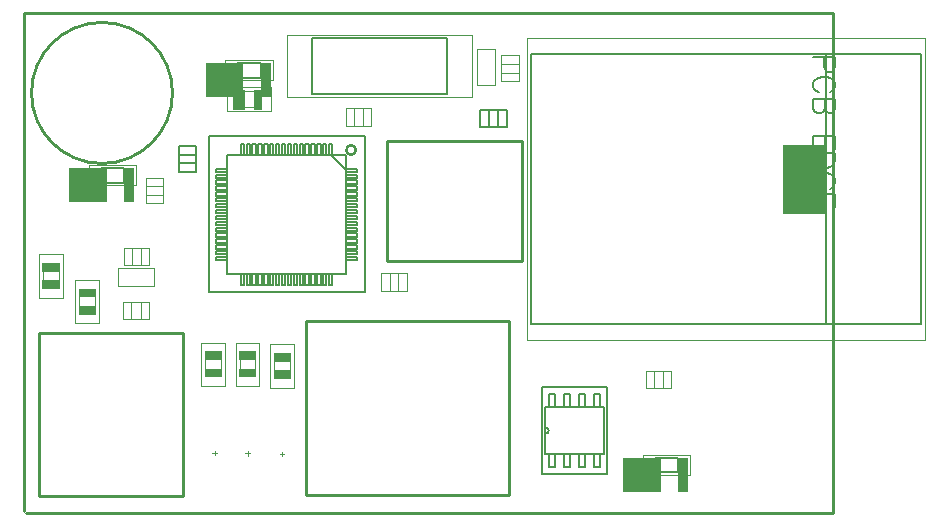
<source format=gm1>
G04 Layer_Color=16711935*
%FSLAX42Y42*%
%MOMM*%
G71*
G01*
G75*
%ADD37C,0.25*%
%ADD47C,0.15*%
%ADD48C,0.13*%
%ADD83C,0.05*%
%ADD84C,0.00*%
%ADD85C,0.05*%
%ADD86C,0.03*%
%ADD87C,0.10*%
%ADD88C,0.10*%
%ADD89C,0.20*%
G36*
X4759Y3692D02*
X4614D01*
Y3767D01*
X4759D01*
Y3692D01*
D02*
G37*
G36*
X4467Y3560D02*
X4322D01*
Y3635D01*
X4467D01*
Y3560D01*
D02*
G37*
G36*
Y3705D02*
X4322D01*
Y3780D01*
X4467D01*
Y3705D01*
D02*
G37*
G36*
X4175D02*
X4030D01*
Y3780D01*
X4175D01*
Y3705D01*
D02*
G37*
G36*
X8123Y2592D02*
X8041D01*
Y2882D01*
X8123D01*
Y2592D01*
D02*
G37*
G36*
X7891Y2591D02*
X7576D01*
Y2882D01*
X7891D01*
Y2591D01*
D02*
G37*
G36*
X4175Y3560D02*
X4030D01*
Y3635D01*
X4175D01*
Y3560D01*
D02*
G37*
G36*
X4759Y3547D02*
X4614D01*
Y3622D01*
X4759D01*
Y3547D01*
D02*
G37*
G36*
X3108Y4093D02*
X2963D01*
Y4168D01*
X3108D01*
Y4093D01*
D02*
G37*
G36*
X3433Y5043D02*
X3351D01*
Y5333D01*
X3433D01*
Y5043D01*
D02*
G37*
G36*
X3201Y5042D02*
X2886D01*
Y5333D01*
X3201D01*
Y5042D01*
D02*
G37*
G36*
X4589Y5932D02*
X4517D01*
Y5827D01*
X4452D01*
Y5991D01*
X4507D01*
Y6222D01*
X4589D01*
Y5932D01*
D02*
G37*
G36*
X4357Y5991D02*
X4373D01*
Y5825D01*
X4267D01*
Y5931D01*
X4042D01*
Y6222D01*
X4357D01*
Y5991D01*
D02*
G37*
G36*
X2803Y4309D02*
X2658D01*
Y4384D01*
X2803D01*
Y4309D01*
D02*
G37*
G36*
X3108Y4238D02*
X2963D01*
Y4313D01*
X3108D01*
Y4238D01*
D02*
G37*
G36*
X9296Y4940D02*
X8928D01*
Y5525D01*
X8929D01*
Y5525D01*
X8929D01*
Y5525D01*
X9296D01*
Y4940D01*
D02*
G37*
G36*
X2803Y4454D02*
X2658D01*
Y4529D01*
X2803D01*
Y4454D01*
D02*
G37*
D37*
X3759Y5969D02*
G03*
X3759Y5969I-597J0D01*
G01*
X5311Y5486D02*
G03*
X5311Y5486I-40J0D01*
G01*
X5575Y4547D02*
Y5563D01*
Y4547D02*
X6718D01*
Y5563D01*
X5575D02*
X6718D01*
X2629Y3937D02*
X3848D01*
X2629Y2553D02*
X3848D01*
Y3937D01*
X2629Y2553D02*
Y3937D01*
X4890Y2566D02*
X6605D01*
X4890D02*
Y3404D01*
X6604Y2567D02*
Y4039D01*
X4890D02*
X6604D01*
X4890Y3404D02*
Y4039D01*
X2502Y6642D02*
X9347D01*
X2502Y2426D02*
Y6642D01*
X2515Y2413D02*
X9347D01*
Y6642D01*
D47*
X6914Y3081D02*
G03*
X6912Y3142I-1J30D01*
G01*
X6589Y5679D02*
Y5827D01*
X6441Y5679D02*
X6513D01*
X6365D02*
Y5827D01*
X6441D02*
X6513D01*
X6365Y5679D02*
X6441D01*
X6365Y5827D02*
X6441D01*
Y5679D02*
Y5827D01*
X6513D02*
X6589D01*
X6513Y5679D02*
X6589D01*
X6513D02*
Y5827D01*
X6947Y2913D02*
X6998D01*
X6947Y2802D02*
Y2913D01*
Y2802D02*
X6998D01*
Y2913D01*
X7074D02*
X7125D01*
X7074Y2802D02*
Y2913D01*
Y2802D02*
X7125D01*
Y2913D01*
X7201D02*
X7252D01*
X7201Y2802D02*
Y2913D01*
Y2802D02*
X7252D01*
Y2913D01*
X7328D02*
X7379D01*
X7328Y2802D02*
Y2913D01*
Y2802D02*
X7379D01*
Y2913D01*
X7328Y3310D02*
X7379D01*
Y3421D01*
X7328D02*
X7379D01*
X7328Y3310D02*
Y3421D01*
X7201Y3310D02*
X7252D01*
Y3421D01*
X7201D02*
X7252D01*
X7201Y3310D02*
Y3421D01*
X7074Y3310D02*
X7125D01*
Y3421D01*
X7074D02*
X7125D01*
X7074Y3310D02*
Y3421D01*
X6947Y3310D02*
X6998D01*
Y3421D01*
X6947D02*
X6998D01*
X6947Y3310D02*
Y3421D01*
X7412Y2913D02*
Y3310D01*
X6914D02*
X7412D01*
X6914Y3081D02*
Y3310D01*
Y2913D02*
Y3081D01*
Y2913D02*
X7412D01*
X7437Y2741D02*
Y3482D01*
X6888Y2741D02*
X7437D01*
X6888D02*
Y3482D01*
X7437D01*
X3813Y5298D02*
X3960D01*
X3813Y5375D02*
Y5446D01*
Y5522D02*
X3960D01*
Y5375D02*
Y5446D01*
X3813D02*
Y5522D01*
X3960Y5446D02*
Y5522D01*
X3813Y5446D02*
X3960D01*
Y5298D02*
Y5375D01*
X3813Y5298D02*
Y5375D01*
X3960D01*
X4064Y4280D02*
Y5601D01*
X5385D01*
Y4280D02*
Y5601D01*
X4064Y4280D02*
X5385D01*
X5225Y4552D02*
Y4580D01*
Y4552D02*
X5324D01*
Y4580D01*
X5225D02*
X5324D01*
X5225Y4602D02*
Y4630D01*
Y4602D02*
X5324D01*
Y4630D01*
X5225D02*
X5324D01*
X5225Y4651D02*
Y4679D01*
Y4651D02*
X5324D01*
Y4679D01*
X5225D02*
X5324D01*
X5225Y4702D02*
Y4729D01*
Y4702D02*
X5324D01*
Y4729D01*
X5225D02*
X5324D01*
X5225Y4752D02*
Y4780D01*
Y4752D02*
X5324D01*
Y4780D01*
X5225D02*
X5324D01*
X5225Y4801D02*
Y4829D01*
Y4801D02*
X5324D01*
Y4829D01*
X5225D02*
X5324D01*
X5225Y4851D02*
Y4879D01*
Y4851D02*
X5324D01*
Y4879D01*
X5225D02*
X5324D01*
X5225Y4902D02*
Y4930D01*
Y4902D02*
X5324D01*
Y4930D01*
X5225D02*
X5324D01*
X5225Y4950D02*
Y4978D01*
Y4950D02*
X5324D01*
Y4978D01*
X5225D02*
X5324D01*
X5225Y5001D02*
Y5029D01*
Y5001D02*
X5324D01*
Y5029D01*
X5225D02*
X5324D01*
X5225Y5052D02*
Y5080D01*
Y5052D02*
X5324D01*
Y5080D01*
X5225D02*
X5324D01*
X5225Y5100D02*
Y5128D01*
Y5100D02*
X5324D01*
Y5128D01*
X5225D02*
X5324D01*
X5225Y5151D02*
Y5179D01*
Y5151D02*
X5324D01*
Y5179D01*
X5225D02*
X5324D01*
X5225Y5202D02*
Y5230D01*
Y5202D02*
X5324D01*
Y5230D01*
X5225D02*
X5324D01*
X5225Y5250D02*
Y5278D01*
Y5250D02*
X5324D01*
Y5278D01*
X5225D02*
X5324D01*
X5225Y5314D02*
Y5329D01*
Y5301D02*
Y5314D01*
Y5301D02*
X5324D01*
Y5329D01*
X5225D02*
X5324D01*
X5085Y5441D02*
X5098D01*
X5113D01*
Y5540D01*
X5085D02*
X5113D01*
X5085Y5441D02*
Y5540D01*
X5034Y5441D02*
X5062D01*
Y5540D01*
X5034D02*
X5062D01*
X5034Y5441D02*
Y5540D01*
X4986Y5441D02*
X5014D01*
Y5540D01*
X4986D02*
X5014D01*
X4986Y5441D02*
Y5540D01*
X4935Y5441D02*
X4963D01*
Y5540D01*
X4935D02*
X4963D01*
X4935Y5441D02*
Y5540D01*
X4884Y5441D02*
X4912D01*
Y5540D01*
X4884D02*
X4912D01*
X4884Y5441D02*
Y5540D01*
X4836Y5441D02*
X4864D01*
Y5540D01*
X4836D02*
X4864D01*
X4836Y5441D02*
Y5540D01*
X4785Y5441D02*
X4813D01*
Y5540D01*
X4785D02*
X4813D01*
X4785Y5441D02*
Y5540D01*
X4735Y5441D02*
X4762D01*
Y5540D01*
X4735D02*
X4762D01*
X4735Y5441D02*
Y5540D01*
X4686Y5441D02*
X4714D01*
Y5540D01*
X4686D02*
X4714D01*
X4686Y5441D02*
Y5540D01*
X4635Y5441D02*
X4663D01*
Y5540D01*
X4635D02*
X4663D01*
X4635Y5441D02*
Y5540D01*
X4585Y5441D02*
X4613D01*
Y5540D01*
X4585D02*
X4613D01*
X4585Y5441D02*
Y5540D01*
X4536Y5441D02*
X4564D01*
Y5540D01*
X4536D02*
X4564D01*
X4536Y5441D02*
Y5540D01*
X4486Y5441D02*
X4514D01*
Y5540D01*
X4486D02*
X4514D01*
X4486Y5441D02*
Y5540D01*
X4435Y5441D02*
X4463D01*
Y5540D01*
X4435D02*
X4463D01*
X4435Y5441D02*
Y5540D01*
X4387Y5441D02*
X4415D01*
Y5540D01*
X4387D02*
X4415D01*
X4387Y5441D02*
Y5540D01*
X4336Y5441D02*
X4364D01*
Y5540D01*
X4336D02*
X4364D01*
X4336Y5441D02*
Y5540D01*
X4224Y5301D02*
Y5329D01*
X4125D02*
X4224D01*
X4125Y5301D02*
Y5329D01*
Y5301D02*
X4224D01*
Y5250D02*
Y5278D01*
X4125D02*
X4224D01*
X4125Y5250D02*
Y5278D01*
Y5250D02*
X4224D01*
Y5202D02*
Y5230D01*
X4125D02*
X4224D01*
X4125Y5202D02*
Y5230D01*
Y5202D02*
X4224D01*
Y5151D02*
Y5179D01*
X4125D02*
X4224D01*
X4125Y5151D02*
Y5179D01*
Y5151D02*
X4224D01*
Y5100D02*
Y5128D01*
X4125D02*
X4224D01*
X4125Y5100D02*
Y5128D01*
Y5100D02*
X4224D01*
Y5052D02*
Y5080D01*
X4125D02*
X4224D01*
X4125Y5052D02*
Y5080D01*
Y5052D02*
X4224D01*
Y5001D02*
Y5029D01*
X4125D02*
X4224D01*
X4125Y5001D02*
Y5029D01*
Y5001D02*
X4224D01*
Y4950D02*
Y4978D01*
X4125D02*
X4224D01*
X4125Y4950D02*
Y4978D01*
Y4950D02*
X4224D01*
Y4902D02*
Y4930D01*
X4125D02*
X4224D01*
X4125Y4902D02*
Y4930D01*
Y4902D02*
X4224D01*
Y4851D02*
Y4879D01*
X4125D02*
X4224D01*
X4125Y4851D02*
Y4879D01*
Y4851D02*
X4224D01*
Y4801D02*
Y4829D01*
X4125D02*
X4224D01*
X4125Y4801D02*
Y4829D01*
Y4801D02*
X4224D01*
Y4752D02*
Y4780D01*
X4125D02*
X4224D01*
X4125Y4752D02*
Y4780D01*
Y4752D02*
X4224D01*
Y4702D02*
Y4729D01*
X4125D02*
X4224D01*
X4125Y4702D02*
Y4729D01*
Y4702D02*
X4224D01*
Y4651D02*
Y4679D01*
X4125D02*
X4224D01*
X4125Y4651D02*
Y4679D01*
Y4651D02*
X4224D01*
Y4602D02*
Y4630D01*
X4125D02*
X4224D01*
X4125Y4602D02*
Y4630D01*
Y4602D02*
X4224D01*
Y4552D02*
Y4580D01*
X4125D02*
X4224D01*
X4125Y4552D02*
Y4580D01*
Y4552D02*
X4224D01*
X4336Y4440D02*
X4364D01*
X4336Y4341D02*
Y4440D01*
Y4341D02*
X4364D01*
Y4440D01*
X4387D02*
X4415D01*
X4387Y4341D02*
Y4440D01*
Y4341D02*
X4415D01*
Y4440D01*
X4435D02*
X4463D01*
X4435Y4341D02*
Y4440D01*
Y4341D02*
X4463D01*
Y4440D01*
X4486D02*
X4514D01*
X4486Y4341D02*
Y4440D01*
Y4341D02*
X4514D01*
Y4440D01*
X4536D02*
X4564D01*
X4536Y4341D02*
Y4440D01*
Y4341D02*
X4564D01*
Y4440D01*
X4585D02*
X4613D01*
X4585Y4341D02*
Y4440D01*
Y4341D02*
X4613D01*
Y4440D01*
X4635D02*
X4663D01*
X4635Y4341D02*
Y4440D01*
Y4341D02*
X4663D01*
Y4440D01*
X4686D02*
X4714D01*
X4686Y4341D02*
Y4440D01*
Y4341D02*
X4714D01*
Y4440D01*
X4735D02*
X4762D01*
X4735Y4341D02*
Y4440D01*
Y4341D02*
X4762D01*
Y4440D01*
X4785D02*
X4813D01*
X4785Y4341D02*
Y4440D01*
Y4341D02*
X4813D01*
Y4440D01*
X4836D02*
X4864D01*
X4836Y4341D02*
Y4440D01*
Y4341D02*
X4864D01*
Y4440D01*
X4884D02*
X4912D01*
X4884Y4341D02*
Y4440D01*
Y4341D02*
X4912D01*
Y4440D01*
X4935D02*
X4963D01*
X4935Y4341D02*
Y4440D01*
Y4341D02*
X4963D01*
Y4440D01*
X4986D02*
X5014D01*
X4986Y4341D02*
Y4440D01*
Y4341D02*
X5014D01*
Y4440D01*
X5034D02*
X5062D01*
X5034Y4341D02*
Y4440D01*
Y4341D02*
X5062D01*
Y4440D01*
X5085D02*
X5113D01*
X5085Y4341D02*
Y4440D01*
Y4341D02*
X5113D01*
Y4440D01*
X5098Y5441D02*
X5225Y5314D01*
X4224Y4440D02*
Y5441D01*
Y4440D02*
X5225D01*
Y5441D01*
X4224D02*
X5225D01*
D48*
X10096Y4013D02*
Y6299D01*
X9296Y4013D02*
X10096D01*
X6794D02*
X9296D01*
X6794D02*
Y6299D01*
X9296D01*
X10096D01*
X9296Y4013D02*
Y6299D01*
X6082Y5963D02*
Y6433D01*
X4942D02*
X6082D01*
X4942Y5963D02*
Y6433D01*
Y5963D02*
X6082D01*
X7841Y2882D02*
X8041D01*
Y2757D02*
Y2882D01*
X7841Y2757D02*
X8041D01*
X7841D02*
Y2882D01*
X4307Y6222D02*
X4507D01*
Y6097D02*
Y6222D01*
X4307Y6097D02*
X4507D01*
X4307D02*
Y6222D01*
X3151Y5333D02*
X3351D01*
Y5208D02*
Y5333D01*
X3151Y5208D02*
X3351D01*
X3151D02*
Y5333D01*
D83*
X6757Y3881D02*
Y6431D01*
Y3881D02*
X10132D01*
Y6431D01*
X6757D02*
X10132D01*
X6292Y5938D02*
Y6458D01*
X4732D02*
X6292D01*
X4732Y5938D02*
Y6458D01*
Y5938D02*
X6292D01*
D84*
X6543Y6142D02*
X6690D01*
X6543Y6068D02*
Y6142D01*
X6690Y6068D02*
Y6142D01*
X6543Y6213D02*
X6690D01*
Y6287D01*
X6543Y6213D02*
Y6287D01*
X6690Y6142D02*
Y6213D01*
X6543Y6287D02*
X6690D01*
X6543Y6142D02*
Y6213D01*
Y6068D02*
X6690D01*
X7838Y3470D02*
Y3617D01*
X7765D02*
X7838D01*
X7765Y3470D02*
X7838D01*
X7910D02*
Y3617D01*
Y3470D02*
X7983D01*
X7910Y3617D02*
X7983D01*
X7838Y3470D02*
X7910D01*
X7983D02*
Y3617D01*
X7838D02*
X7910D01*
X7765Y3470D02*
Y3617D01*
X5669Y4295D02*
Y4442D01*
Y4295D02*
X5743D01*
X5669Y4442D02*
X5743D01*
X5598Y4295D02*
Y4442D01*
X5524D02*
X5598D01*
X5524Y4295D02*
X5598D01*
Y4442D02*
X5669D01*
X5524Y4295D02*
Y4442D01*
X5598Y4295D02*
X5669D01*
X5743D02*
Y4442D01*
X3419Y4511D02*
Y4658D01*
X3345D02*
X3419D01*
X3345Y4511D02*
X3419D01*
X3490D02*
Y4658D01*
Y4511D02*
X3564D01*
X3490Y4658D02*
X3564D01*
X3419Y4511D02*
X3490D01*
X3564D02*
Y4658D01*
X3419D02*
X3490D01*
X3345Y4511D02*
Y4658D01*
X3533Y5179D02*
X3680D01*
Y5253D01*
X3533Y5179D02*
Y5253D01*
Y5108D02*
X3680D01*
X3533Y5034D02*
Y5108D01*
X3680Y5034D02*
Y5108D01*
X3533D02*
Y5179D01*
Y5034D02*
X3680D01*
Y5108D02*
Y5179D01*
X3533Y5253D02*
X3680D01*
X3343Y4056D02*
Y4199D01*
X3406D02*
X3492D01*
X3556Y4056D02*
Y4199D01*
X3406Y4056D02*
X3492D01*
Y4199D02*
X3556D01*
X3492Y4056D02*
X3556D01*
X3492D02*
Y4199D01*
X3343Y4056D02*
X3406D01*
X3343Y4199D02*
X3406D01*
Y4056D02*
Y4199D01*
X5298Y5692D02*
Y5839D01*
X5225D02*
X5298D01*
X5225Y5692D02*
X5298D01*
X5370D02*
Y5839D01*
Y5692D02*
X5443D01*
X5370Y5839D02*
X5443D01*
X5298Y5692D02*
X5370D01*
X5443D02*
Y5839D01*
X5298D02*
X5370D01*
X5225Y5692D02*
Y5839D01*
D85*
X7741Y2904D02*
X8141D01*
Y2734D02*
Y2904D01*
X7741Y2734D02*
X8141D01*
X7741D02*
Y2904D01*
X4207Y6244D02*
X4607D01*
Y6075D02*
Y6244D01*
X4207Y6075D02*
X4607D01*
X4207D02*
Y6244D01*
X4785Y3475D02*
Y3840D01*
X4588Y3475D02*
Y3840D01*
X4785D01*
X4588Y3475D02*
X4785D01*
X4220Y6016D02*
X4594D01*
X4220Y5820D02*
X4594D01*
X4220D02*
Y6016D01*
X4594Y5820D02*
Y6016D01*
X4492Y3488D02*
Y3853D01*
X4296Y3488D02*
Y3853D01*
X4492D01*
X4296Y3488D02*
X4492D01*
X4200D02*
Y3853D01*
X4004Y3488D02*
Y3853D01*
X4200D01*
X4004Y3488D02*
X4200D01*
X3051Y5355D02*
X3451D01*
Y5186D02*
Y5355D01*
X3051Y5186D02*
X3451D01*
X3051D02*
Y5355D01*
X3134Y4021D02*
Y4386D01*
X2937Y4021D02*
Y4386D01*
X3134D01*
X2937Y4021D02*
X3134D01*
X2829Y4237D02*
Y4602D01*
X2632Y4237D02*
Y4602D01*
X2829D01*
X2632Y4237D02*
X2829D01*
D86*
X6337Y6033D02*
X6490D01*
X6337D02*
Y6337D01*
X6490D01*
Y6033D02*
Y6337D01*
X3301Y4331D02*
Y4483D01*
X3606D01*
Y4331D02*
Y4483D01*
X3301Y4331D02*
X3606D01*
D87*
X4666Y2911D02*
X4706D01*
X4686Y2891D02*
Y2931D01*
X4374Y2918D02*
X4414D01*
X4394Y2898D02*
Y2938D01*
X4095Y2921D02*
X4135D01*
X4115Y2901D02*
Y2941D01*
D88*
X4752Y3619D02*
Y3696D01*
X4620Y3619D02*
Y3693D01*
X4369Y5984D02*
X4445D01*
X4371Y5852D02*
X4445D01*
X4460Y3632D02*
Y3708D01*
X4328Y3632D02*
Y3706D01*
X4168Y3632D02*
Y3708D01*
X4036Y3632D02*
Y3706D01*
X3101Y4166D02*
Y4242D01*
X2969Y4166D02*
Y4239D01*
X2796Y4381D02*
Y4458D01*
X2665Y4381D02*
Y4455D01*
D89*
X9274Y6275D02*
Y6195D01*
X9283Y6168D01*
X9292Y6159D01*
X9310Y6150D01*
X9336D01*
X9354Y6159D01*
X9363Y6168D01*
X9372Y6195D01*
Y6275D01*
X9185D01*
X9327Y5974D02*
X9345Y5983D01*
X9363Y6001D01*
X9372Y6019D01*
Y6055D01*
X9363Y6073D01*
X9345Y6090D01*
X9327Y6099D01*
X9301Y6108D01*
X9256D01*
X9229Y6099D01*
X9211Y6090D01*
X9194Y6073D01*
X9185Y6055D01*
Y6019D01*
X9194Y6001D01*
X9211Y5983D01*
X9229Y5974D01*
X9372Y5922D02*
X9185D01*
X9372D02*
Y5841D01*
X9363Y5815D01*
X9354Y5806D01*
X9336Y5797D01*
X9319D01*
X9301Y5806D01*
X9292Y5815D01*
X9283Y5841D01*
Y5922D02*
Y5841D01*
X9274Y5815D01*
X9265Y5806D01*
X9247Y5797D01*
X9220D01*
X9202Y5806D01*
X9194Y5815D01*
X9185Y5841D01*
Y5922D01*
X9372Y5491D02*
Y5608D01*
X9185D01*
Y5491D01*
X9283Y5608D02*
Y5536D01*
X9372Y5460D02*
X9185D01*
X9372D02*
Y5398D01*
X9363Y5371D01*
X9345Y5353D01*
X9327Y5344D01*
X9301Y5335D01*
X9256D01*
X9229Y5344D01*
X9211Y5353D01*
X9194Y5371D01*
X9185Y5398D01*
Y5460D01*
X9327Y5159D02*
X9345Y5168D01*
X9363Y5186D01*
X9372Y5204D01*
Y5240D01*
X9363Y5258D01*
X9345Y5275D01*
X9327Y5284D01*
X9301Y5293D01*
X9256D01*
X9229Y5284D01*
X9211Y5275D01*
X9194Y5258D01*
X9185Y5240D01*
Y5204D01*
X9194Y5186D01*
X9211Y5168D01*
X9229Y5159D01*
X9256D01*
Y5204D02*
Y5159D01*
X9372Y5001D02*
Y5117D01*
X9185D01*
Y5001D01*
X9283Y5117D02*
Y5045D01*
M02*

</source>
